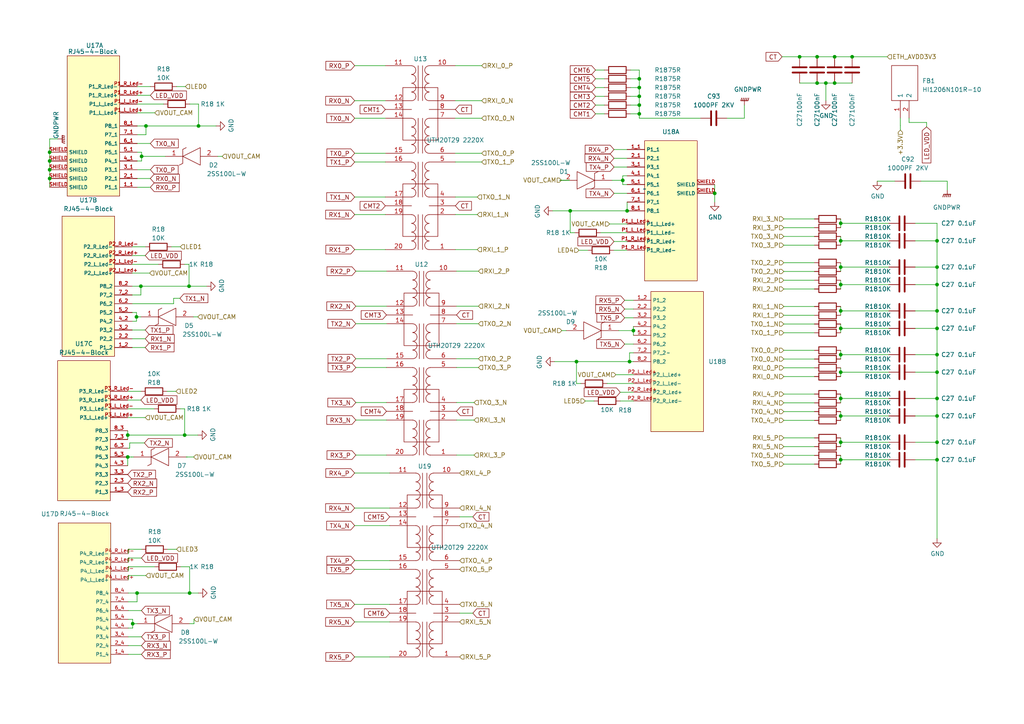
<source format=kicad_sch>
(kicad_sch (version 20230819) (generator eeschema)
  (paper "A4")
  (junction (at 243.84 120.65))
  (junction (at 271.78 120.65))
  (junction (at 185.42 33.02))
  (junction (at 185.42 25.4))
  (junction (at 243.84 82.55))
  (junction (at 271.78 102.87))
  (junction (at 37.0498 132.5455))
  (junction (at 271.78 133.35))
  (junction (at 40.8598 83.0155))
  (junction (at 243.84 64.77))
  (junction (at 243.84 77.47))
  (junction (at 57.5777 36.5343))
  (junction (at 271.78 82.55))
  (junction (at 243.84 95.25))
  (junction (at 242.0768 16.4702))
  (junction (at 42.3377 36.5343))
  (junction (at 185.42 30.48))
  (junction (at 183.7137 95.8833))
  (junction (at 54.8298 83.0155))
  (junction (at 165.3819 61.1534))
  (junction (at 242.0768 24.0902))
  (junction (at 243.84 128.27))
  (junction (at 243.84 102.87))
  (junction (at 271.78 107.95))
  (junction (at 39.7562 172.0096))
  (junction (at 181.8919 61.1534))
  (junction (at 243.84 133.35))
  (junction (at 39.5898 91.9055))
  (junction (at 236.9968 24.0902))
  (junction (at 236.9968 16.4702))
  (junction (at 243.84 107.95))
  (junction (at 247.1568 16.4702))
  (junction (at 14.3977 51.7743))
  (junction (at 167.2037 104.8779))
  (junction (at 38.4862 180.8996))
  (junction (at 14.3977 49.2343))
  (junction (at 41.0677 45.3524))
  (junction (at 271.78 115.57))
  (junction (at 239.5368 24.0902))
  (junction (at 243.84 90.17))
  (junction (at 271.78 90.17))
  (junction (at 271.78 95.25))
  (junction (at 243.84 115.57))
  (junction (at 14.3977 44.1543))
  (junction (at 53.5598 126.1955))
  (junction (at 271.78 128.27))
  (junction (at 207.2919 56.0734))
  (junction (at 271.78 77.47))
  (junction (at 14.3977 46.6943))
  (junction (at 180.6219 52.3045))
  (junction (at 243.84 69.85))
  (junction (at 54.9962 172.0096))
  (junction (at 271.78 69.85))
  (junction (at 185.42 27.94))
  (junction (at 185.42 22.86))
  (junction (at 182.5967 104.8779))
  (junction (at 231.9168 16.4702))
  (junction (at 37.0498 126.1955))
  (wire (pts (xy 243.84 90.17) (xy 257.81 90.17)))
  (wire (pts (xy 54.9962 164.3896) (xy 52.4562 164.3896)))
  (wire (pts (xy 236.22 96.52) (xy 227.33 96.52)))
  (wire (pts (xy 57.5362 172.0096) (xy 54.9962 172.0096)))
  (wire (pts (xy 172.2837 116.3079) (xy 169.7437 116.3079)))
  (wire (pts (xy 236.22 129.54) (xy 227.33 129.54)))
  (wire (pts (xy 243.84 64.77) (xy 243.84 66.04)))
  (wire (pts (xy 236.22 101.6) (xy 227.33 101.6)))
  (wire (pts (xy 178.0819 72.5834) (xy 181.8919 72.5834)))
  (wire (pts (xy 102.8589 165.1412) (xy 113.0189 165.1412)))
  (wire (pts (xy 40.8598 83.0155) (xy 38.3198 83.0155)))
  (wire (pts (xy 170.4619 72.5834) (xy 167.9219 72.5834)))
  (wire (pts (xy 102.8589 162.6012) (xy 113.0189 162.6012)))
  (wire (pts (xy 243.84 107.95) (xy 257.81 107.95)))
  (wire (pts (xy 138.763 104.0531) (xy 132.413 104.0531)))
  (wire (pts (xy 38.3198 79.2055) (xy 43.3998 79.2055)))
  (wire (pts (xy 243.84 127) (xy 243.84 128.27)))
  (wire (pts (xy 38.7525 132.55) (xy 38.2445 132.55)))
  (wire (pts (xy 243.84 119.38) (xy 243.84 120.65)))
  (wire (pts (xy 236.22 106.68) (xy 227.33 106.68)))
  (wire (pts (xy 43.6077 54.3143) (xy 39.7977 54.3143)))
  (wire (pts (xy 226.8368 16.4702) (xy 231.9168 16.4702)))
  (wire (pts (xy 242.0768 24.0902) (xy 247.1568 24.0902)))
  (wire (pts (xy 39.7562 172.0096) (xy 39.7562 174.5496)))
  (wire (pts (xy 236.22 121.92) (xy 227.33 121.92)))
  (wire (pts (xy 41.0677 44.1543) (xy 41.0677 45.3524)))
  (wire (pts (xy 103.203 116.7531) (xy 112.093 116.7531)))
  (wire (pts (xy 243.84 101.6) (xy 243.84 102.87)))
  (wire (pts (xy 185.42 20.32) (xy 182.88 20.32)))
  (wire (pts (xy 215.9 34.29) (xy 215.9 30.48)))
  (wire (pts (xy 243.84 115.57) (xy 243.84 116.84)))
  (wire (pts (xy 271.78 77.47) (xy 271.78 82.55)))
  (wire (pts (xy 57.5777 30.1843) (xy 55.0377 30.1843)))
  (wire (pts (xy 38.3198 76.6655) (xy 45.9398 76.6655)))
  (wire (pts (xy 54.9962 180.8996) (xy 56.2662 180.8996)))
  (wire (pts (xy 41.0262 161.8496) (xy 37.2162 161.8496)))
  (wire (pts (xy 183.7137 95.8833) (xy 183.7137 97.2579)))
  (wire (pts (xy 265.43 133.35) (xy 271.78 133.35)))
  (wire (pts (xy 139.7 34.29) (xy 132.08 34.29)))
  (wire (pts (xy 179.9037 113.7679) (xy 183.7137 113.7679)))
  (wire (pts (xy 16.7685 40.2947) (xy 14.3977 40.2947)))
  (wire (pts (xy 271.78 102.87) (xy 271.78 107.95)))
  (wire (pts (xy 40.8598 116.0355) (xy 37.0498 116.0355)))
  (wire (pts (xy 14.3977 46.6943) (xy 14.3977 49.2343)))
  (wire (pts (xy 37.0498 118.5755) (xy 44.6698 118.5755)))
  (wire (pts (xy 14.3977 44.1543) (xy 14.3977 46.6943)))
  (wire (pts (xy 181.8919 58.6134) (xy 181.8919 61.1534)))
  (wire (pts (xy 138.763 78.6531) (xy 132.413 78.6531)))
  (wire (pts (xy 236.22 134.62) (xy 227.33 134.62)))
  (wire (pts (xy 178.0819 45.9134) (xy 181.8919 45.9134)))
  (wire (pts (xy 181.1737 92.1779) (xy 183.7137 92.1779)))
  (wire (pts (xy 274.743 55.0829) (xy 274.743 52.5429)))
  (wire (pts (xy 243.84 133.35) (xy 243.84 134.62)))
  (wire (pts (xy 268.7468 35.5202) (xy 263.6668 35.5202)))
  (wire (pts (xy 261.1399 37.7264) (xy 261.1399 36.4112)))
  (wire (pts (xy 243.84 82.55) (xy 243.84 83.82)))
  (wire (pts (xy 236.22 93.98) (xy 227.33 93.98)))
  (wire (pts (xy 236.22 104.14) (xy 227.33 104.14)))
  (wire (pts (xy 243.84 102.87) (xy 257.81 102.87)))
  (wire (pts (xy 38.2445 132.55) (xy 38.2445 132.5455)))
  (wire (pts (xy 37.0498 126.1955) (xy 53.5598 126.1955)))
  (wire (pts (xy 271.78 69.85) (xy 271.78 77.47)))
  (wire (pts (xy 236.22 76.2) (xy 227.33 76.2)))
  (wire (pts (xy 42.1298 100.7955) (xy 38.3198 100.7955)))
  (wire (pts (xy 242.0768 16.4702) (xy 247.1568 16.4702)))
  (wire (pts (xy 102.87 29.21) (xy 111.76 29.21)))
  (wire (pts (xy 236.22 71.12) (xy 227.33 71.12)))
  (wire (pts (xy 39.5898 91.9055) (xy 39.5898 93.1755)))
  (wire (pts (xy 172.72 20.32) (xy 175.26 20.32)))
  (wire (pts (xy 103.203 78.6531) (xy 112.093 78.6531)))
  (wire (pts (xy 54.9962 164.3896) (xy 54.9962 172.0096)))
  (wire (pts (xy 54.2465 132.5455) (xy 56.1634 132.5455)))
  (wire (pts (xy 37.6211 130.0055) (xy 37.0498 130.0055)))
  (wire (pts (xy 41.0262 159.3096) (xy 37.2162 159.3096)))
  (wire (pts (xy 42.1298 74.1255) (xy 38.3198 74.1255)))
  (wire (pts (xy 236.22 127) (xy 227.33 127)))
  (wire (pts (xy 172.72 33.02) (xy 175.26 33.02)))
  (wire (pts (xy 139.7 46.99) (xy 132.08 46.99)))
  (wire (pts (xy 178.0819 70.0434) (xy 181.8919 70.0434)))
  (wire (pts (xy 57.3698 126.1955) (xy 53.5598 126.1955)))
  (wire (pts (xy 137.1489 177.8412) (xy 133.3389 177.8412)))
  (wire (pts (xy 236.22 132.08) (xy 227.33 132.08)))
  (wire (pts (xy 231.9168 16.4702) (xy 236.9968 16.4702)))
  (wire (pts (xy 271.78 133.35) (xy 271.78 128.27)))
  (wire (pts (xy 172.72 30.48) (xy 175.26 30.48)))
  (wire (pts (xy 180.6219 50.9934) (xy 181.8919 50.9934)))
  (wire (pts (xy 39.7562 174.5496) (xy 37.2162 174.5496)))
  (wire (pts (xy 271.78 120.65) (xy 271.78 115.57)))
  (wire (pts (xy 43.6077 49.2343) (xy 39.7977 49.2343)))
  (wire (pts (xy 271.78 102.87) (xy 265.43 102.87)))
  (wire (pts (xy 63.1739 45.3524) (xy 64.4439 45.3524)))
  (wire (pts (xy 102.87 62.23) (xy 111.76 62.23)))
  (wire (pts (xy 239.5368 24.0902) (xy 242.0768 24.0902)))
  (wire (pts (xy 271.78 120.65) (xy 265.43 120.65)))
  (wire (pts (xy 164.2115 95.8833) (xy 162.9415 95.8833)))
  (wire (pts (xy 243.84 63.5) (xy 243.84 64.77)))
  (wire (pts (xy 42.1298 98.2555) (xy 38.3198 98.2555)))
  (wire (pts (xy 39.7562 180.8996) (xy 38.4862 180.8996)))
  (wire (pts (xy 138.43 62.23) (xy 132.08 62.23)))
  (wire (pts (xy 165.3819 67.5034) (xy 166.6519 67.5034)))
  (wire (pts (xy 243.84 69.85) (xy 257.81 69.85)))
  (wire (pts (xy 103.203 121.8331) (xy 112.093 121.8331)))
  (wire (pts (xy 182.5967 102.3379) (xy 182.5967 104.8779)))
  (wire (pts (xy 185.42 34.29) (xy 185.42 33.02)))
  (wire (pts (xy 137.493 131.9931) (xy 132.413 131.9931)))
  (wire (pts (xy 37.2162 161.8496) (xy 37.2162 163.1196)))
  (wire (pts (xy 42.1298 95.7155) (xy 38.3198 95.7155)))
  (wire (pts (xy 54.8298 76.6655) (xy 53.5598 76.6655)))
  (wire (pts (xy 56.2662 180.8996) (xy 56.2662 179.6296)))
  (wire (pts (xy 42.1298 71.5855) (xy 38.3198 71.5855)))
  (wire (pts (xy 39.5898 93.1755) (xy 38.3198 93.1755)))
  (wire (pts (xy 54.2465 132.55) (xy 54.2465 132.5455)))
  (wire (pts (xy 52.1843 86.523) (xy 50.3543 86.523)))
  (wire (pts (xy 43.6077 25.1043) (xy 39.7977 25.1043)))
  (wire (pts (xy 243.84 77.47) (xy 257.81 77.47)))
  (wire (pts (xy 40.8598 83.0155) (xy 40.8598 85.5555)))
  (wire (pts (xy 183.7137 111.2279) (xy 176.0937 111.2279)))
  (wire (pts (xy 271.78 64.77) (xy 265.43 64.77)))
  (wire (pts (xy 40.8598 85.5555) (xy 38.3198 85.5555)))
  (wire (pts (xy 271.78 107.95) (xy 265.43 107.95)))
  (wire (pts (xy 50.3543 88.0955) (xy 38.3198 88.0955)))
  (wire (pts (xy 243.84 81.28) (xy 243.84 82.55)))
  (wire (pts (xy 183.7137 102.3379) (xy 182.5967 102.3379)))
  (wire (pts (xy 53.5598 118.5755) (xy 52.2898 118.5755)))
  (wire (pts (xy 49.7498 71.5855) (xy 52.2898 71.5855)))
  (wire (pts (xy 42.3377 36.5343) (xy 39.7977 36.5343)))
  (wire (pts (xy 243.84 64.77) (xy 257.81 64.77)))
  (wire (pts (xy 185.42 22.86) (xy 182.88 22.86)))
  (wire (pts (xy 102.87 46.99) (xy 111.76 46.99)))
  (wire (pts (xy 271.78 82.55) (xy 265.43 82.55)))
  (wire (pts (xy 236.22 116.84) (xy 227.33 116.84)))
  (wire (pts (xy 38.4862 180.8996) (xy 38.4862 182.1696)))
  (wire (pts (xy 102.8589 147.3612) (xy 113.0189 147.3612)))
  (wire (pts (xy 236.22 78.74) (xy 227.33 78.74)))
  (wire (pts (xy 41.0677 46.6943) (xy 39.7977 46.6943)))
  (wire (pts (xy 271.78 95.25) (xy 271.78 102.87)))
  (wire (pts (xy 42.3377 39.0743) (xy 39.7977 39.0743)))
  (wire (pts (xy 271.78 90.17) (xy 265.43 90.17)))
  (wire (pts (xy 137.1489 149.9012) (xy 133.3389 149.9012)))
  (wire (pts (xy 183.7137 94.7179) (xy 183.7137 95.8833)))
  (wire (pts (xy 183.7137 108.6879) (xy 178.6337 108.6879)))
  (wire (pts (xy 243.84 128.27) (xy 243.84 129.54)))
  (wire (pts (xy 160.3019 61.1534) (xy 165.3819 61.1534)))
  (wire (pts (xy 53.9925 132.55) (xy 54.2465 132.55)))
  (wire (pts (xy 41.888 128.4713) (xy 37.6211 128.4713)))
  (wire (pts (xy 243.84 120.65) (xy 257.81 120.65)))
  (wire (pts (xy 181.1737 89.6379) (xy 183.7137 89.6379)))
  (wire (pts (xy 271.78 156.21) (xy 271.78 133.35)))
  (wire (pts (xy 37.0498 124.9255) (xy 37.0498 126.1955)))
  (wire (pts (xy 185.42 27.94) (xy 182.88 27.94)))
  (wire (pts (xy 271.78 95.25) (xy 265.43 95.25)))
  (wire (pts (xy 14.3977 51.7743) (xy 14.3977 54.3143)))
  (wire (pts (xy 39.7977 30.1843) (xy 47.4177 30.1843)))
  (wire (pts (xy 236.22 119.38) (xy 227.33 119.38)))
  (wire (pts (xy 181.8919 61.1534) (xy 165.3819 61.1534)))
  (wire (pts (xy 185.42 25.4) (xy 185.42 27.94)))
  (wire (pts (xy 257.3168 16.4702) (xy 247.1568 16.4702)))
  (wire (pts (xy 37.2162 179.6296) (xy 38.4862 179.6296)))
  (wire (pts (xy 103.203 106.5931) (xy 112.093 106.5931)))
  (wire (pts (xy 236.9968 16.4702) (xy 242.0768 16.4702)))
  (wire (pts (xy 138.763 93.8931) (xy 132.413 93.8931)))
  (wire (pts (xy 271.78 69.85) (xy 265.43 69.85)))
  (wire (pts (xy 102.8589 180.3812) (xy 113.0189 180.3812)))
  (wire (pts (xy 37.2162 166.9296) (xy 37.2162 168.1996)))
  (wire (pts (xy 37.0498 132.5455) (xy 37.0498 135.0855)))
  (wire (pts (xy 139.7 44.45) (xy 132.08 44.45)))
  (wire (pts (xy 172.72 27.94) (xy 175.26 27.94)))
  (wire (pts (xy 243.84 132.08) (xy 243.84 133.35)))
  (wire (pts (xy 271.78 77.47) (xy 265.43 77.47)))
  (wire (pts (xy 181.8919 67.5034) (xy 174.2719 67.5034)))
  (wire (pts (xy 181.1737 99.7979) (xy 183.7137 99.7979)))
  (wire (pts (xy 243.84 77.47) (xy 243.84 78.74)))
  (wire (pts (xy 37.6211 128.4713) (xy 37.6211 130.0055)))
  (wire (pts (xy 243.84 120.65) (xy 243.84 121.92)))
  (wire (pts (xy 178.0819 48.4534) (xy 181.8919 48.4534)))
  (wire (pts (xy 50.3543 86.523) (xy 50.3543 88.0955)))
  (wire (pts (xy 137.493 116.7531) (xy 132.413 116.7531)))
  (wire (pts (xy 48.6462 159.3096) (xy 51.1862 159.3096)))
  (wire (pts (xy 185.42 20.32) (xy 185.42 22.86)))
  (wire (pts (xy 37.2162 164.3896) (xy 44.8362 164.3896)))
  (wire (pts (xy 185.42 33.02) (xy 182.88 33.02)))
  (wire (pts (xy 182.5967 104.8779) (xy 167.2037 104.8779)))
  (wire (pts (xy 167.2037 111.2279) (xy 167.2037 104.8779)))
  (wire (pts (xy 183.7137 104.8779) (xy 182.5967 104.8779)))
  (wire (pts (xy 139.7 19.05) (xy 132.08 19.05)))
  (wire (pts (xy 243.84 95.25) (xy 243.84 96.52)))
  (wire (pts (xy 185.42 30.48) (xy 185.42 27.94)))
  (wire (pts (xy 261.1399 36.4112) (xy 261.1268 36.4112)))
  (wire (pts (xy 180.6219 53.5334) (xy 180.6219 52.3045)))
  (wire (pts (xy 39.7562 172.0096) (xy 37.2162 172.0096)))
  (wire (pts (xy 57.5777 30.1843) (xy 57.5777 36.5343)))
  (wire (pts (xy 263.6668 35.5202) (xy 263.6668 34.2502)))
  (wire (pts (xy 178.0819 43.3734) (xy 181.8919 43.3734)))
  (wire (pts (xy 43.6077 41.6143) (xy 39.7977 41.6143)))
  (wire (pts (xy 40.8598 91.9055) (xy 39.5898 91.9055)))
  (wire (pts (xy 243.84 106.68) (xy 243.84 107.95)))
  (wire (pts (xy 37.2162 164.3896) (xy 37.2162 165.6596)))
  (wire (pts (xy 236.22 68.58) (xy 227.33 68.58)))
  (wire (pts (xy 37.2162 166.9296) (xy 42.2962 166.9296)))
  (wire (pts (xy 261.1268 36.4112) (xy 261.1268 34.2502)))
  (wire (pts (xy 271.78 64.77) (xy 271.78 69.85)))
  (wire (pts (xy 236.22 88.9) (xy 227.33 88.9)))
  (wire (pts (xy 236.22 114.3) (xy 227.33 114.3)))
  (wire (pts (xy 160.8537 104.8779) (xy 167.2037 104.8779)))
  (wire (pts (xy 271.78 115.57) (xy 265.43 115.57)))
  (wire (pts (xy 165.3819 67.5034) (xy 165.3819 61.1534)))
  (wire (pts (xy 236.22 63.5) (xy 227.33 63.5)))
  (wire (pts (xy 102.87 44.45) (xy 111.76 44.45)))
  (wire (pts (xy 48.4798 113.4955) (xy 51.0198 113.4955)))
  (wire (pts (xy 102.8589 175.3012) (xy 113.0189 175.3012)))
  (wire (pts (xy 180.6219 50.9934) (xy 180.6219 52.3045)))
  (wire (pts (xy 56.0998 91.9055) (xy 57.3698 91.9055)))
  (wire (pts (xy 38.4862 179.6296) (xy 38.4862 180.8996)))
  (wire (pts (xy 138.763 106.5931) (xy 132.413 106.5931)))
  (wire (pts (xy 57.5777 36.5343) (xy 42.3377 36.5343)))
  (wire (pts (xy 243.84 102.87) (xy 243.84 104.14)))
  (wire (pts (xy 236.22 66.04) (xy 227.33 66.04)))
  (wire (pts (xy 38.2445 132.5455) (xy 37.0498 132.5455)))
  (wire (pts (xy 54.8298 83.0155) (xy 59.9098 83.0155)))
  (wire (pts (xy 103.203 131.9931) (xy 112.093 131.9931)))
  (wire (pts (xy 139.7 29.21) (xy 132.08 29.21)))
  (wire (pts (xy 162.293 52.3045) (xy 165.1279 52.3045)))
  (wire (pts (xy 102.87 34.29) (xy 111.76 34.29)))
  (wire (pts (xy 179.4515 95.8833) (xy 183.7137 95.8833)))
  (wire (pts (xy 236.22 109.22) (xy 227.33 109.22)))
  (wire (pts (xy 172.72 22.86) (xy 175.26 22.86)))
  (wire (pts (xy 178.0819 56.0734) (xy 181.8919 56.0734)))
  (wire (pts (xy 271.78 90.17) (xy 271.78 95.25)))
  (wire (pts (xy 37.2162 159.3096) (xy 37.2162 160.5796)))
  (wire (pts (xy 41.0677 45.3524) (xy 41.0677 46.6943)))
  (wire (pts (xy 236.22 81.28) (xy 227.33 81.28)))
  (wire (pts (xy 137.493 121.8331) (xy 132.413 121.8331)))
  (wire (pts (xy 271.78 115.57) (xy 271.78 107.95)))
  (wire (pts (xy 185.42 25.4) (xy 182.88 25.4)))
  (wire (pts (xy 236.9968 24.0902) (xy 231.9168 24.0902)))
  (wire (pts (xy 165.1279 52.2634) (xy 162.8419 52.2634)))
  (wire (pts (xy 43.6077 27.6443) (xy 39.7977 27.6443)))
  (wire (pts (xy 40.8598 83.0155) (xy 54.8298 83.0155)))
  (wire (pts (xy 38.3198 90.6355) (xy 39.5898 90.6355)))
  (wire (pts (xy 185.42 34.29) (xy 203.2 34.29)))
  (wire (pts (xy 181.8919 64.9634) (xy 176.8119 64.9634)))
  (wire (pts (xy 51.2277 25.1043) (xy 53.7677 25.1043)))
  (wire (pts (xy 207.2919 53.5334) (xy 207.2919 56.0734)))
  (wire (pts (xy 207.2919 56.0734) (xy 207.2919 58.6134)))
  (wire (pts (xy 179.9037 116.3079) (xy 183.7137 116.3079)))
  (wire (pts (xy 185.42 22.86) (xy 185.42 25.4)))
  (wire (pts (xy 102.8589 152.4412) (xy 113.0189 152.4412)))
  (wire (pts (xy 243.84 115.57) (xy 257.81 115.57)))
  (wire (pts (xy 236.22 83.82) (xy 227.33 83.82)))
  (wire (pts (xy 243.84 128.27) (xy 257.81 128.27)))
  (wire (pts (xy 138.43 72.39) (xy 132.08 72.39)))
  (wire (pts (xy 243.84 114.3) (xy 243.84 115.57)))
  (wire (pts (xy 103.203 93.8931) (xy 112.093 93.8931)))
  (wire (pts (xy 39.7977 44.1543) (xy 41.0677 44.1543)))
  (wire (pts (xy 243.84 90.17) (xy 243.84 91.44)))
  (wire (pts (xy 243.84 88.9) (xy 243.84 90.17)))
  (wire (pts (xy 102.8589 137.2012) (xy 113.0189 137.2012)))
  (wire (pts (xy 243.84 133.35) (xy 257.81 133.35)))
  (wire (pts (xy 243.84 68.58) (xy 243.84 69.85)))
  (wire (pts (xy 37.0498 121.1155) (xy 42.1298 121.1155)))
  (wire (pts (xy 243.84 69.85) (xy 243.84 71.12)))
  (wire (pts (xy 177.533 52.3045) (xy 180.6219 52.3045)))
  (wire (pts (xy 102.87 57.15) (xy 111.76 57.15)))
  (wire (pts (xy 14.3977 40.2947) (xy 14.3977 44.1543)))
  (wire (pts (xy 41.0262 177.0896) (xy 37.2162 177.0896)))
  (wire (pts (xy 39.7562 172.0096) (xy 54.9962 172.0096)))
  (wire (pts (xy 243.84 93.98) (xy 243.84 95.25)))
  (wire (pts (xy 215.9 34.29) (xy 210.82 34.29)))
  (wire (pts (xy 165.1279 52.3045) (xy 165.1279 52.2634)))
  (wire (pts (xy 243.84 82.55) (xy 257.81 82.55)))
  (wire (pts (xy 243.84 95.25) (xy 257.81 95.25)))
  (wire (pts (xy 243.84 76.2) (xy 243.84 77.47)))
  (wire (pts (xy 38.4862 182.1696) (xy 37.2162 182.1696)))
  (wire (pts (xy 102.87 72.39) (xy 111.76 72.39)))
  (wire (pts (xy 236.9968 24.0902) (xy 239.5368 24.0902)))
  (wire (pts (xy 265.43 128.27) (xy 271.78 128.27)))
  (wire (pts (xy 41.0262 189.7896) (xy 37.2162 189.7896)))
  (wire (pts (xy 236.22 91.44) (xy 227.33 91.44)))
  (wire (pts (xy 102.8589 190.5412) (xy 113.0189 190.5412)))
  (wire (pts (xy 39.5898 90.6355) (xy 39.5898 91.9055)))
  (wire (pts (xy 37.0498 126.1955) (xy 37.0498 127.4655)))
  (wire (pts (xy 138.763 88.8131) (xy 132.413 88.8131)))
  (wire (pts (xy 40.8598 113.4955) (xy 37.0498 113.4955)))
  (wire (pts (xy 14.3977 49.2343) (xy 14.3977 51.7743)))
  (wire (pts (xy 167.2037 111.2279) (xy 168.4737 111.2279)))
  (wire (pts (xy 185.42 30.48) (xy 182.88 30.48)))
  (wire (pts (xy 181.8919 53.5334) (xy 180.6219 53.5334)))
  (wire (pts (xy 243.84 107.95) (xy 243.84 109.22)))
  (wire (pts (xy 103.203 104.0531) (xy 112.093 104.0531)))
  (wire (pts (xy 172.72 25.4) (xy 175.26 25.4)))
  (wire (pts (xy 268.7468 36.7902) (xy 268.7468 35.5202)))
  (wire (pts (xy 41.0262 184.7096) (xy 37.2162 184.7096)))
  (wire (pts (xy 42.3377 36.5343) (xy 42.3377 39.0743)))
  (wire (pts (xy 54.8298 76.6655) (xy 54.8298 83.0155)))
  (wire (pts (xy 274.743 52.5429) (xy 267.123 52.5429)))
  (wire (pts (xy 102.87 19.05) (xy 111.76 19.05)))
  (wire (pts (xy 271.78 128.27) (xy 271.78 120.65)))
  (wire (pts (xy 41.0262 187.2496) (xy 37.2162 187.2496)))
  (wire (pts (xy 103.203 88.8131) (xy 112.093 88.8131)))
  (wire (pts (xy 41.0677 45.3524) (xy 47.9339 45.3524)))
  (wire (pts (xy 254.423 52.5429) (xy 259.503 52.5429)))
  (wire (pts (xy 43.6077 51.7743) (xy 39.7977 51.7743)))
  (wire (pts (xy 239.5368 29.1702) (xy 239.5368 24.0902)))
  (wire (pts (xy 271.78 82.55) (xy 271.78 90.17)))
  (wire (pts (xy 181.1737 87.0979) (xy 183.7137 87.0979)))
  (wire (pts (xy 39.7977 32.7243) (xy 44.8777 32.7243)))
  (wire (pts (xy 62.6577 36.5343) (xy 57.5777 36.5343)))
  (wire (pts (xy 138.43 57.15) (xy 132.08 57.15)))
  (wire (pts (xy 185.42 30.48) (xy 185.42 33.02)))
  (wire (pts (xy 53.5598 118.5755) (xy 53.5598 126.1955)))
  (global_label "RX2_P" (shape input) (at 37.0498 142.7055 0) (property "Intersheetrefs" "${INTERSHEET_REFS}" (effects hide)))
  (global_label "LED_VDD" (shape input) (at 179.9037 113.7679 180) (property "Intersheetrefs" "${INTERSHEET_REFS}" (effects hide)))
  (global_label "TX2_N" (shape input) (at 103.203 93.8931 180) (property "Intersheetrefs" "${INTERSHEET_REFS}" (effects hide)))
  (global_label "RX5_N" (shape input) (at 181.1737 89.6379 180) (property "Intersheetrefs" "${INTERSHEET_REFS}" (effects hide)))
  (global_label "LED_VDD" (shape input) (at 43.6077 27.6443 0) (property "Intersheetrefs" "${INTERSHEET_REFS}" (effects hide)))
  (global_label "RX4_N" (shape input) (at 178.0819 45.9134 180) (property "Intersheetrefs" "${INTERSHEET_REFS}" (effects hide)))
  (global_label "TX3_N" (shape input) (at 41.0262 177.0896 0) (property "Intersheetrefs" "${INTERSHEET_REFS}" (effects hide)))
  (global_label "CMT5" (shape input) (at 113.0189 149.9012 180) (property "Intersheetrefs" "${INTERSHEET_REFS}" (effects hide)))
  (global_label "CT" (shape input) (at 137.1489 177.8412 0) (property "Intersheetrefs" "${INTERSHEET_REFS}" (effects hide)))
  (global_label "RX5_N" (shape input) (at 102.8589 180.3812 180) (property "Intersheetrefs" "${INTERSHEET_REFS}" (effects hide)))
  (global_label "TX0_N" (shape input) (at 43.6077 41.6143 0) (property "Intersheetrefs" "${INTERSHEET_REFS}" (effects hide)))
  (global_label "CMT5" (shape input) (at 172.72 22.86 180) (property "Intersheetrefs" "${INTERSHEET_REFS}" (effects hide)))
  (global_label "TX5_N" (shape input) (at 181.1737 99.7979 180) (property "Intersheetrefs" "${INTERSHEET_REFS}" (effects hide)))
  (global_label "CT" (shape input) (at 132.08 59.69 0) (property "Intersheetrefs" "${INTERSHEET_REFS}" (effects hide)))
  (global_label "RX0_N" (shape input) (at 102.87 29.21 180) (property "Intersheetrefs" "${INTERSHEET_REFS}" (effects hide)))
  (global_label "TX1_N" (shape input) (at 52.1843 86.523 0) (property "Intersheetrefs" "${INTERSHEET_REFS}" (effects hide)))
  (global_label "CMT3" (shape input) (at 112.093 91.3531 180) (property "Intersheetrefs" "${INTERSHEET_REFS}" (effects hide)))
  (global_label "LED_VDD" (shape input) (at 42.1298 74.1255 0) (property "Intersheetrefs" "${INTERSHEET_REFS}" (effects hide)))
  (global_label "TX1_P" (shape input) (at 42.1298 95.7155 0) (property "Intersheetrefs" "${INTERSHEET_REFS}" (effects hide)))
  (global_label "LED_VDD" (shape input) (at 268.7468 36.7902 270) (property "Intersheetrefs" "${INTERSHEET_REFS}" (effects hide)))
  (global_label "RX2_N" (shape input) (at 103.203 88.8131 180) (property "Intersheetrefs" "${INTERSHEET_REFS}" (effects hide)))
  (global_label "TX5_P" (shape input) (at 181.1737 92.1779 180) (property "Intersheetrefs" "${INTERSHEET_REFS}" (effects hide)))
  (global_label "TX5_N" (shape input) (at 102.8589 175.3012 180) (property "Intersheetrefs" "${INTERSHEET_REFS}" (effects hide)))
  (global_label "CT" (shape input) (at 137.1489 149.9012 0) (property "Intersheetrefs" "${INTERSHEET_REFS}" (effects hide)))
  (global_label "RX4_P" (shape input) (at 102.8589 137.2012 180) (property "Intersheetrefs" "${INTERSHEET_REFS}" (effects hide)))
  (global_label "RX2_N" (shape input) (at 37.0498 140.1655 0) (property "Intersheetrefs" "${INTERSHEET_REFS}" (effects hide)))
  (global_label "TX0_P" (shape input) (at 102.87 44.45 180) (property "Intersheetrefs" "${INTERSHEET_REFS}" (effects hide)))
  (global_label "LED_VDD" (shape input) (at 178.0819 70.0434 180) (property "Intersheetrefs" "${INTERSHEET_REFS}" (effects hide)))
  (global_label "TX5_P" (shape input) (at 102.8589 165.1412 180) (property "Intersheetrefs" "${INTERSHEET_REFS}" (effects hide)))
  (global_label "RX3_N" (shape input) (at 103.203 121.8331 180) (property "Intersheetrefs" "${INTERSHEET_REFS}" (effects hide)))
  (global_label "LED_VDD" (shape input) (at 41.0262 161.8496 0) (property "Intersheetrefs" "${INTERSHEET_REFS}" (effects hide)))
  (global_label "CT" (shape input) (at 132.413 91.3531 0) (property "Intersheetrefs" "${INTERSHEET_REFS}" (effects hide)))
  (global_label "TX4_N" (shape input) (at 102.8589 152.4412 180) (property "Intersheetrefs" "${INTERSHEET_REFS}" (effects hide)))
  (global_label "TX4_P" (shape input) (at 178.0819 48.4534 180) (property "Intersheetrefs" "${INTERSHEET_REFS}" (effects hide)))
  (global_label "RX2_P" (shape input) (at 103.203 78.6531 180) (property "Intersheetrefs" "${INTERSHEET_REFS}" (effects hide)))
  (global_label "TX2_P" (shape input) (at 103.203 104.0531 180) (property "Intersheetrefs" "${INTERSHEET_REFS}" (effects hide)))
  (global_label "TX1_P" (shape input) (at 102.87 46.99 180) (property "Intersheetrefs" "${INTERSHEET_REFS}" (effects hide)))
  (global_label "RX0_N" (shape input) (at 43.6077 51.7743 0) (property "Intersheetrefs" "${INTERSHEET_REFS}" (effects hide)))
  (global_label "TX2_P" (shape input) (at 37.0498 137.6255 0) (property "Intersheetrefs" "${INTERSHEET_REFS}" (effects hide)))
  (global_label "RX4_P" (shape input) (at 178.0819 43.3734 180) (property "Intersheetrefs" "${INTERSHEET_REFS}" (effects hide)))
  (global_label "RX3_P" (shape input) (at 41.0262 189.7896 0) (property "Intersheetrefs" "${INTERSHEET_REFS}" (effects hide)))
  (global_label "CT" (shape input) (at 132.08 31.75 0) (property "Intersheetrefs" "${INTERSHEET_REFS}" (effects hide)))
  (global_label "CT" (shape input) (at 132.413 119.2931 0) (property "Intersheetrefs" "${INTERSHEET_REFS}" (effects hide)))
  (global_label "RX1_N" (shape input) (at 42.1298 98.2555 0) (property "Intersheetrefs" "${INTERSHEET_REFS}" (effects hide)))
  (global_label "TX3_N" (shape input) (at 103.203 116.7531 180) (property "Intersheetrefs" "${INTERSHEET_REFS}" (effects hide)))
  (global_label "TX3_P" (shape input) (at 103.203 106.5931 180) (property "Intersheetrefs" "${INTERSHEET_REFS}" (effects hide)))
  (global_label "TX1_N" (shape input) (at 102.87 57.15 180) (property "Intersheetrefs" "${INTERSHEET_REFS}" (effects hide)))
  (global_label "TX0_N" (shape input) (at 102.87 34.29 180) (property "Intersheetrefs" "${INTERSHEET_REFS}" (effects hide)))
  (global_label "CMT4" (shape input) (at 112.093 119.2931 180) (property "Intersheetrefs" "${INTERSHEET_REFS}" (effects hide)))
  (global_label "TX0_P" (shape input) (at 43.6077 49.2343 0) (property "Intersheetrefs" "${INTERSHEET_REFS}" (effects hide)))
  (global_label "CMT6" (shape input) (at 113.0189 177.8412 180) (property "Intersheetrefs" "${INTERSHEET_REFS}" (effects hide)))
  (global_label "LED_VDD" (shape input) (at 40.8598 116.0355 0) (property "Intersheetrefs" "${INTERSHEET_REFS}" (effects hide)))
  (global_label "RX5_P" (shape input) (at 102.8589 190.5412 180) (property "Intersheetrefs" "${INTERSHEET_REFS}" (effects hide)))
  (global_label "TX2_N" (shape input) (at 41.888 128.4713 0) (property "Intersheetrefs" "${INTERSHEET_REFS}" (effects hide)))
  (global_label "RX3_N" (shape input) (at 41.0262 187.2496 0) (property "Intersheetrefs" "${INTERSHEET_REFS}" (effects hide)))
  (global_label "RX3_P" (shape input) (at 103.203 131.9931 180) (property "Intersheetrefs" "${INTERSHEET_REFS}" (effects hide)))
  (global_label "RX0_P" (shape input) (at 102.87 19.05 180) (property "Intersheetrefs" "${INTERSHEET_REFS}" (effects hide)))
  (global_label "CT" (shape input) (at 226.8368 16.4702 180) (property "Intersheetrefs" "${INTERSHEET_REFS}" (effects hide)))
  (global_label "CMT2" (shape input) (at 111.76 59.69 180) (property "Intersheetrefs" "${INTERSHEET_REFS}" (effects hide)))
  (global_label "CMT1" (shape input) (at 172.72 33.02 180) (property "Intersheetrefs" "${INTERSHEET_REFS}" (effects hide)))
  (global_label "RX4_N" (shape input) (at 102.8589 147.3612 180) (property "Intersheetrefs" "${INTERSHEET_REFS}" (effects hide)))
  (global_label "TX4_P" (shape input) (at 102.8589 162.6012 180) (property "Intersheetrefs" "${INTERSHEET_REFS}" (effects hide)))
  (global_label "CMT1" (shape input) (at 111.76 31.75 180) (property "Intersheetrefs" "${INTERSHEET_REFS}" (effects hide)))
  (global_label "TX4_N" (shape input) (at 178.0819 56.0734 180) (property "Intersheetrefs" "${INTERSHEET_REFS}" (effects hide)))
  (global_label "CMT3" (shape input) (at 172.72 27.94 180) (property "Intersheetrefs" "${INTERSHEET_REFS}" (effects hide)))
  (global_label "RX1_P" (shape input) (at 42.1298 100.7955 0) (property "Intersheetrefs" "${INTERSHEET_REFS}" (effects hide)))
  (global_label "CMT2" (shape input) (at 172.72 30.48 180) (property "Intersheetrefs" "${INTERSHEET_REFS}" (effects hide)))
  (global_label "RX0_P" (shape input) (at 43.6077 54.3143 0) (property "Intersheetrefs" "${INTERSHEET_REFS}" (effects hide)))
  (global_label "TX3_P" (shape input) (at 41.0262 184.7096 0) (property "Intersheetrefs" "${INTERSHEET_REFS}" (effects hide)))
  (global_label "RX5_P" (shape input) (at 181.1737 87.0979 180) (property "Intersheetrefs" "${INTERSHEET_REFS}" (effects hide)))
  (global_label "CMT6" (shape input) (at 172.72 20.32 180) (property "Intersheetrefs" "${INTERSHEET_REFS}" (effects hide)))
  (global_label "RX1_P" (shape input) (at 102.87 72.39 180) (property "Intersheetrefs" "${INTERSHEET_REFS}" (effects hide)))
  (global_label "CMT4" (shape input) (at 172.72 25.4 180) (property "Intersheetrefs" "${INTERSHEET_REFS}" (effects hide)))
  (global_label "RX1_N" (shape input) (at 102.87 62.23 180) (property "Intersheetrefs" "${INTERSHEET_REFS}" (effects hide)))
  (hierarchical_label "TXO_3_N" (shape input) (at 137.493 116.7531 0) (property "Intersheetrefs" "${INTERSHEET_REFS}" (effects hide)))
  (hierarchical_label "VOUT_CAM" (shape input) (at 44.8777 32.7243 0))
  (hierarchical_label "RXI_4_N" (shape input) (at 133.3389 147.3612 0) (property "Intersheetrefs" "${INTERSHEET_REFS}" (effects hide)))
  (hierarchical_label "LED3" (shape input) (at 51.1862 159.3096 0))
  (hierarchical_label "ETH_AVDD3V3" (shape input) (at 257.3168 16.4702 0))
  (hierarchical_label "TXO_4_P" (shape input) (at 227.33 121.92 180) (property "Intersheetrefs" "${INTERSHEET_REFS}" (effects hide)))
  (hierarchical_label "VOUT_CAM" (shape input) (at 56.1634 132.5455 0))
  (hierarchical_label "TXO_5_P" (shape input) (at 133.3389 165.1412 0) (property "Intersheetrefs" "${INTERSHEET_REFS}" (effects hide)))
  (hierarchical_label "RXI_0_N" (shape input) (at 139.7 29.21 0) (property "Intersheetrefs" "${INTERSHEET_REFS}" (effects hide)))
  (hierarchical_label "TXO_0_N" (shape input) (at 227.33 104.14 180) (property "Intersheetrefs" "${INTERSHEET_REFS}" (effects hide)))
  (hierarchical_label "VOUT_CAM" (shape input) (at 162.9415 95.8833 180))
  (hierarchical_label "TXO_5_N" (shape input) (at 227.33 132.08 180) (property "Intersheetrefs" "${INTERSHEET_REFS}" (effects hide)))
  (hierarchical_label "RXI_3_P" (shape input) (at 137.493 131.9931 0) (property "Intersheetrefs" "${INTERSHEET_REFS}" (effects hide)))
  (hierarchical_label "VOUT_CAM" (shape input) (at 162.8419 52.2634 180))
  (hierarchical_label "TXO_2_N" (shape input) (at 138.763 93.8931 0) (property "Intersheetrefs" "${INTERSHEET_REFS}" (effects hide)))
  (hierarchical_label "VOUT_CAM" (shape input) (at 57.3698 91.9055 0))
  (hierarchical_label "RXI_0_P" (shape input) (at 139.7 19.05 0) (property "Intersheetrefs" "${INTERSHEET_REFS}" (effects hide)))
  (hierarchical_label "TXO_4_N" (shape input) (at 227.33 119.38 180) (property "Intersheetrefs" "${INTERSHEET_REFS}" (effects hide)))
  (hierarchical_label "RXI_1_P" (shape input) (at 227.33 91.44 180) (property "Intersheetrefs" "${INTERSHEET_REFS}" (effects hide)))
  (hierarchical_label "RXI_2_N" (shape input) (at 138.763 88.8131 0) (property "Intersheetrefs" "${INTERSHEET_REFS}" (effects hide)))
  (hierarchical_label "RXI_2_P" (shape input) (at 227.33 81.28 180) (property "Intersheetrefs" "${INTERSHEET_REFS}" (effects hide)))
  (hierarchical_label "TXO_2_P" (shape input) (at 227.33 76.2 180) (property "Intersheetrefs" "${INTERSHEET_REFS}" (effects hide)))
  (hierarchical_label "TXO_4_P" (shape input) (at 133.3389 162.6012 0) (property "Intersheetrefs" "${INTERSHEET_REFS}" (effects hide)))
  (hierarchical_label "VOUT_CAM" (shape input) (at 42.2962 166.9296 0))
  (hierarchical_label "VOUT_CAM" (shape input) (at 64.4439 45.3524 0))
  (hierarchical_label "TXO_1_N" (shape input) (at 227.33 93.98 180) (property "Intersheetrefs" "${INTERSHEET_REFS}" (effects hide)))
  (hierarchical_label "RXI_4_P" (shape input) (at 227.33 114.3 180) (property "Intersheetrefs" "${INTERSHEET_REFS}" (effects hide)))
  (hierarchical_label "LED1" (shape input) (at 52.2898 71.5855 0))
  (hierarchical_label "TXO_5_P" (shape input) (at 227.33 134.62 180) (property "Intersheetrefs" "${INTERSHEET_REFS}" (effects hide)))
  (hierarchical_label "LED2" (shape input) (at 51.0198 113.4955 0))
  (hierarchical_label "VOUT_CAM" (shape input) (at 43.3998 79.2055 0))
  (hierarchical_label "TXO_0_P" (shape input) (at 139.7 44.45 0) (property "Intersheetrefs" "${INTERSHEET_REFS}" (effects hide)))
  (hierarchical_label "RXI_4_N" (shape input) (at 227.33 116.84 180) (property "Intersheetrefs" "${INTERSHEET_REFS}" (effects hide)))
  (hierarchical_label "TXO_1_P" (shape input) (at 139.7 46.99 0) (property "Intersheetrefs" "${INTERSHEET_REFS}" (effects hide)))
  (hierarchical_label "TXO_2_N" (shape input) (at 227.33 78.74 180) (property "Intersheetrefs" "${INTERSHEET_REFS}" (effects hide)))
  (hierarchical_label "TXO_3_P" (shape input) (at 227.33 71.12 180) (property "Intersheetrefs" "${INTERSHEET_REFS}" (effects hide)))
  (hierarchical_label "VOUT_CAM" (shape input) (at 176.8119 64.9634 180))
  (hierarchical_label "LED5" (shape input) (at 169.7437 116.3079 180))
  (hierarchical_label "TXO_1_N" (shape input) (at 138.43 57.15 0) (property "Intersheetrefs" "${INTERSHEET_REFS}" (effects hide)))
  (hierarchical_label "RXI_5_N" (shape input) (at 133.3389 180.3812 0) (property "Intersheetrefs" "${INTERSHEET_REFS}" (effects hide)))
  (hierarchical_label "TXO_3_N" (shape input) (at 227.33 68.58 180) (property "Intersheetrefs" "${INTERSHEET_REFS}" (effects hide)))
  (hierarchical_label "TXO_5_N" (shape input) (at 133.3389 175.3012 0) (property "Intersheetrefs" "${INTERSHEET_REFS}" (effects hide)))
  (hierarchical_label "TXO_4_N" (shape input) (at 133.3389 152.4412 0) (property "Intersheetrefs" "${INTERSHEET_REFS}" (effects hide)))
  (hierarchical_label "RXI_0_P" (shape input) (at 227.33 106.68 180) (property "Intersheetrefs" "${INTERSHEET_REFS}" (effects hide)))
  (hierarchical_label "RXI_0_N" (shape input) (at 227.33 109.22 180) (property "Intersheetrefs" "${INTERSHEET_REFS}" (effects hide)))
  (hierarchical_label "RXI_1_N" (shape input) (at 138.43 62.23 0) (property "Intersheetrefs" "${INTERSHEET_REFS}" (effects hide)))
  (hierarchical_label "RXI_5_N" (shape input) (at 227.33 129.54 180) (property "Intersheetrefs" "${INTERSHEET_REFS}" (effects hide)))
  (hierarchical_label "RXI_3_N" (shape input) (at 227.33 63.5 180) (property "Intersheetrefs" "${INTERSHEET_REFS}" (effects hide)))
  (hierarchical_label "TXO_0_P" (shape input) (at 227.33 101.6 180) (property "Intersheetrefs" "${INTERSHEET_REFS}" (effects hide)))
  (hierarchical_label "TXO_0_N" (shape input) (at 139.7 34.29 0) (property "Intersheetrefs" "${INTERSHEET_REFS}" (effects hide)))
  (hierarchical_label "RXI_5_P" (shape input) (at 133.3389 190.5412 0) (property "Intersheetrefs" "${INTERSHEET_REFS}" (effects hide)))
  (hierarchical_label "LED4" (shape input) (at 167.9219 72.5834 180))
  (hierarchical_label "RXI_3_N" (shape input) (at 137.493 121.8331 0) (property "Intersheetrefs" "${INTERSHEET_REFS}" (effects hide)))
  (hierarchical_label "VOUT_CAM" (shape input) (at 42.1298 121.1155 0))
  (hierarchical_label "RXI_4_P" (shape input) (at 133.3389 137.2012 0) (property "Intersheetrefs" "${INTERSHEET_REFS}" (effects hide)))
  (hierarchical_label "RXI_2_P" (shape input) (at 138.763 78.6531 0) (property "Intersheetrefs" "${INTERSHEET_REFS}" (effects hide)))
  (hierarchical_label "RXI_5_P" (shape input) (at 227.33 127 180) (property "Intersheetrefs" "${INTERSHEET_REFS}" (effects hide)))
  (hierarchical_label "VOUT_CAM" (shape input) (at 56.2662 179.6296 0))
  (hierarchical_label "TXO_3_P" (shape input) (at 138.763 106.5931 0) (property "Intersheetrefs" "${INTERSHEET_REFS}" (effects hide)))
  (hierarchical_label "LED0" (shape input) (at 53.7677 25.1043 0))
  (hierarchical_label "+3.3V" (shape input) (at 261.1399 37.7264 270))
  (hierarchical_label "TXO_1_P" (shape input) (at 227.33 96.52 180) (property "Intersheetrefs" "${INTERSHEET_REFS}" (effects hide)))
  (hierarchical_label "RXI_1_N" (shape input) (at 227.33 88.9 180) (property "Intersheetrefs" "${INTERSHEET_REFS}" (effects hide)))
  (hierarchical_label "TXO_2_P" (shape input) (at 138.763 104.0531 0) (property "Intersheetrefs" "${INTERSHEET_REFS}" (effects hide)))
  (hierarchical_label "VOUT_CAM" (shape input) (at 178.6337 108.6879 180))
  (hierarchical_label "RXI_2_N" (shape input) (at 227.33 83.82 180) (property "Intersheetrefs" "${INTERSHEET_REFS}" (effects hide)))
  (hierarchical_label "RXI_1_P" (shape input) (at 138.43 72.39 0) (property "Intersheetrefs" "${INTERSHEET_REFS}" (effects hide)))
  (hierarchical_label "RXI_3_P" (shape input) (at 227.33 66.04 180) (property "Intersheetrefs" "${INTERSHEET_REFS}" (effects hide)))
  (symbol (lib_id "Device:R") (at 240.03 101.6 270) (unit 1)
    (property "Reference" "R18" (at 252.73 101.6 90))
    (property "Value" "10K" (at 256.54 101.6 90))
    (property "Footprint" "Resistor_SMD:R_0603_1608Metric" (effects hide))
    (instances (project "RP2040_minimal" (path "" (reference "R18") (unit 1)) (path "" (reference "R68") (unit 1))))
  )
  (symbol (lib_id "Device:R") (at 179.07 22.86 270) (unit 1)
    (property "Reference" "R18" (at 191.77 22.86 90))
    (property "Value" "75R" (at 195.58 22.86 90))
    (property "Footprint" "Resistor_SMD:R_0603_1608Metric" (effects hide))
    (instances (project "RP2040_minimal" (path "" (reference "R18") (unit 1)) (path "" (reference "R103") (unit 1))))
  )
  (symbol (lib_id "Device:R") (at 179.07 25.4 270) (unit 1)
    (property "Reference" "R18" (at 191.77 25.4 90))
    (property "Value" "75R" (at 195.58 25.4 90))
    (property "Footprint" "Resistor_SMD:R_0603_1608Metric" (effects hide))
    (instances (project "RP2040_minimal" (path "" (reference "R18") (unit 1)) (path "" (reference "R73") (unit 1))))
  )
  (symbol (lib_id "Device:R") (at 240.03 109.22 270) (unit 1)
    (property "Reference" "R18" (at 252.73 109.22 90))
    (property "Value" "10K" (at 256.54 109.22 90))
    (property "Footprint" "Resistor_SMD:R_0603_1608Metric" (effects hide))
    (instances (project "RP2040_minimal" (path "" (reference "R18") (unit 1)) (path "" (reference "R71") (unit 1))))
  )
  (symbol (lib_id "Device:C") (at 236.9968 20.2802 0) (unit 1)
    (property "Reference" "C27" (at 236.9968 36.7902 90) (effects (justify left)))
    (property "Value" "100nF" (at 236.9968 32.9802 90) (effects (justify left)))
    (property "Footprint" "Capacitor_SMD:C_0402_1005Metric" (effects hide))
    (instances (project "RP2040_minimal" (path "" (reference "C27") (unit 1)) (path "" (reference "C11") (unit 1))))
  )
  (symbol (lib_id "power:GND") (at 160.8537 104.8779 270) (unit 1)
    (property "Reference" "#PWR0152" (effects hide))
    (property "Value" "GND" (at 156.4595 105.0049 0))
    (instances (project "RP2040_minimal" (path "" (reference "#PWR0152") (unit 1)) (path "" (reference "#PWR038") (unit 1))))
  )
  (symbol (lib_id "Device:R") (at 176.0937 116.3079 270) (unit 1)
    (property "Reference" "R18" (at 181.2798 118.9551 90))
    (property "Value" "10K" (at 176.0937 118.8479 90))
    (property "Footprint" "Resistor_SMD:R_0603_1608Metric" (effects hide))
    (instances (project "RP2040_minimal" (path "" (reference "R18") (unit 1)) (path "" (reference "R107") (unit 1))))
  )
  (symbol (lib_id "Device:R") (at 172.2837 111.2279 270) (unit 1)
    (property "Reference" "R18" (at 162.1237 111.2279 90))
    (property "Value" "1K" (at 165.9337 111.2279 90))
    (property "Footprint" "Resistor_SMD:R_0603_1608Metric" (effects hide))
    (instances (project "RP2040_minimal" (path "" (reference "R18") (unit 1)) (path "" (reference "R106") (unit 1))))
  )
  (symbol (lib_id "power:GNDPWR") (at 16.7685 40.2947 90) (unit 1)
    (property "Reference" "#PWR027" (effects hide))
    (property "Value" "GNDPWR" (at 16.2773 40.2947 0) (effects (justify left)))
  )
  (symbol (lib_id "Device:R") (at 240.03 116.84 270) (unit 1)
    (property "Reference" "R18" (at 252.73 116.84 90))
    (property "Value" "10K" (at 256.54 116.84 90))
    (property "Footprint" "Resistor_SMD:R_0603_1608Metric" (effects hide))
    (instances (project "RP2040_minimal" (path "" (reference "R18") (unit 1)) (path "" (reference "R95") (unit 1))))
  )
  (symbol (lib_id "RJ45:RJ45-4-Block") (at 28.1598 128.7355 180) (unit 3)
    (property "Reference" "U17" (at 24.3498 99.7172 0))
    (property "Value" "RJ45-4-Block" (at 24.3498 102.2572 0))
    (property "Footprint" "Connector_RJ:4_Block_RJ45" (effects hide))
  )
  (symbol (lib_id "HI1206N101R-10:HI1206N101R-10") (at 261.1268 34.2502 90) (unit 1)
    (property "Reference" "FB1" (at 267.4768 23.4552 90) (effects (justify right)))
    (property "Value" "HI1206N101R-10" (at 267.4768 25.9952 90) (effects (justify right)))
    (property "Footprint" "HI1206N101R-10:BEADC3216X130N" (effects hide))
    (property "Datasheet" "http://uk.rs-online.com/web/p/products/8883024" (effects hide))
    (property "Description" "EMI Ferrite Chip Bead" (effects hide))
    (property "Height" "1.3" (effects hide))
    (property "Manufacturer_Name" "Laird Technologies" (effects hide))
    (property "Manufacturer_Part_Number" "HI1206N101R-10" (effects hide))
    (property "Mouser Part Number" "N/A" (effects hide))
    (property "Mouser Price/Stock" "https://www.mouser.co.uk/ProductDetail/Laird/HI1206N101R-10/?qs=PzGy0jfpSMtDjhxkuzr7Lg%3D%3D" (effects hide))
    (property "Arrow Part Number" "HI1206N101R-10" (effects hide))
    (property "Arrow Price/Stock" "https://www.arrow.com/en/products/hi1206n101r-10/laird-technologies" (effects hide))
  )
  (symbol (lib_id "Device:C") (at 261.62 64.77 90) (unit 1)
    (property "Reference" "C27" (at 276.86 64.77 90) (effects (justify left)))
    (property "Value" "0.1uF" (at 283.21 64.77 90) (effects (justify left)))
    (property "Footprint" "Capacitor_SMD:C_0402_1005Metric" (effects hide))
    (instances (project "RP2040_minimal" (path "" (reference "C27") (unit 1)) (path "" (reference "C70") (unit 1))))
  )
  (symbol (lib_id "Device:R") (at 44.6698 113.4955 90) (unit 1)
    (property "Reference" "R18" (at 44.6698 110.9555 90))
    (property "Value" "10K" (at 44.6698 108.4155 90))
    (property "Footprint" "Resistor_SMD:R_0603_1608Metric" (effects hide))
    (instances (project "RP2040_minimal" (path "" (reference "R18") (unit 1)) (path "" (reference "R80") (unit 1))))
  )
  (symbol (lib_id "Device:C") (at 263.313 52.5429 90) (unit 1)
    (property "Reference" "C92" (at 263.313 46.1929 90))
    (property "Value" "1000PF 2KV" (at 263.313 48.7329 90))
    (property "Footprint" "Capacitor_THT:S102K33Y5PP63K5R" (effects hide))
  )
  (symbol (lib_id "Device:R") (at 240.03 104.14 270) (unit 1)
    (property "Reference" "R18" (at 252.73 104.14 90))
    (property "Value" "10K" (at 256.54 104.14 90))
    (property "Footprint" "Resistor_SMD:R_0603_1608Metric" (effects hide))
    (instances (project "RP2040_minimal" (path "" (reference "R18") (unit 1)) (path "" (reference "R69") (unit 1))))
  )
  (symbol (lib_id "2SS100L-W:2SS100L-W") (at 177.533 52.3045 180) (unit 1)
    (property "Reference" "D1" (at 163.563 49.7645 0))
    (property "Value" "2SS100L-W" (at 159.753 47.2245 0))
    (property "Footprint" "2SS100LW" (effects hide))
    (property "Datasheet" "https://componentsearchengine.com/Datasheets/1/2SS100L-W.pdf" (effects hide))
    (property "Description" "Schottky Diodes & Rectifiers 100V 2A SM SCHOTTKY Barrier Rectifier" (effects hide))
    (property "Height" "1" (effects hide))
    (property "Manufacturer_Name" "Rectron" (effects hide))
    (property "Manufacturer_Part_Number" "2SS100L-W" (effects hide))
    (property "Mouser Part Number" "583-2SS100L-W" (effects hide))
    (property "Mouser Price/Stock" "https://www.mouser.co.uk/ProductDetail/Rectron/2SS100L-W?qs=5aG0NVq1C4wsv0OtzLcEnw%3D%3D" (effects hide))
    (property "Arrow Part Number" "2SS100L-W" (effects hide))
    (property "Arrow Price/Stock" "https://www.arrow.com/en/products/2ss100l-w/rectron?region=nac" (effects hide))
  )
  (symbol (lib_id "Device:R") (at 170.4619 67.5034 270) (unit 1)
    (property "Reference" "R18" (at 160.3019 67.5034 90))
    (property "Value" "1K" (at 164.1119 67.5034 90))
    (property "Footprint" "Resistor_SMD:R_0603_1608Metric" (effects hide))
    (instances (project "RP2040_minimal" (path "" (reference "R18") (unit 1)) (path "" (reference "R105") (unit 1))))
  )
  (symbol (lib_id "Device:R") (at 240.03 121.92 270) (unit 1)
    (property "Reference" "R18" (at 252.73 121.92 90))
    (property "Value" "10K" (at 256.54 121.92 90))
    (property "Footprint" "Resistor_SMD:R_0603_1608Metric" (effects hide))
    (instances (project "RP2040_minimal" (path "" (reference "R18") (unit 1)) (path "" (reference "R97") (unit 1))))
  )
  (symbol (lib_id "Device:R") (at 240.03 63.5 270) (unit 1)
    (property "Reference" "R18" (at 252.73 63.5 90))
    (property "Value" "10K" (at 256.54 63.5 90))
    (property "Footprint" "Resistor_SMD:R_0603_1608Metric" (effects hide))
    (instances (project "RP2040_minimal" (path "" (reference "R18") (unit 1)) (path "" (reference "R47") (unit 1))))
  )
  (symbol (lib_id "Device:R") (at 240.03 76.2 270) (unit 1)
    (property "Reference" "R18" (at 252.73 76.2 90))
    (property "Value" "10K" (at 256.54 76.2 90))
    (property "Footprint" "Resistor_SMD:R_0603_1608Metric" (effects hide))
    (instances (project "RP2040_minimal" (path "" (reference "R18") (unit 1)) (path "" (reference "R60") (unit 1))))
  )
  (symbol (lib_id "RJ45_Transformer:RJ45_Transformer") (at 132.413 100.2431 180) (unit 1)
    (property "Reference" "U12" (at 122.253 76.6887 0))
    (property "Value" "UTH20T29 2220X" (at 132.413 100.2431 0))
    (property "Footprint" "Transformer_THT:RJ45_Transformer_2_Port" (effects hide))
  )
  (symbol (lib_id "Device:C") (at 261.62 107.95 90) (unit 1)
    (property "Reference" "C27" (at 276.86 107.95 90) (effects (justify left)))
    (property "Value" "0.1uF" (at 283.21 107.95 90) (effects (justify left)))
    (property "Footprint" "Capacitor_SMD:C_0402_1005Metric" (effects hide))
    (instances (project "RP2040_minimal" (path "" (reference "C27") (unit 1)) (path "" (reference "C91") (unit 1))))
  )
  (symbol (lib_id "Device:C") (at 242.0768 20.2802 0) (unit 1)
    (property "Reference" "C27" (at 242.0768 36.7902 90) (effects (justify left)))
    (property "Value" "100nF" (at 242.0768 32.9802 90) (effects (justify left)))
    (property "Footprint" "Capacitor_SMD:C_0402_1005Metric" (effects hide))
    (instances (project "RP2040_minimal" (path "" (reference "C27") (unit 1)) (path "" (reference "C9") (unit 1))))
  )
  (symbol (lib_id "Device:C") (at 261.62 82.55 90) (unit 1)
    (property "Reference" "C27" (at 276.86 82.55 90) (effects (justify left)))
    (property "Value" "0.1uF" (at 283.21 82.55 90) (effects (justify left)))
    (property "Footprint" "Capacitor_SMD:C_0402_1005Metric" (effects hide))
    (instances (project "RP2040_minimal" (path "" (reference "C27") (unit 1)) (path "" (reference "C87") (unit 1))))
  )
  (symbol (lib_id "Device:R") (at 179.07 33.02 270) (unit 1)
    (property "Reference" "R18" (at 191.77 33.02 90))
    (property "Value" "75R" (at 195.58 33.02 90))
    (property "Footprint" "Resistor_SMD:R_0603_1608Metric" (effects hide))
    (instances (project "RP2040_minimal" (path "" (reference "R18") (unit 1)) (path "" (reference "R76") (unit 1))))
  )
  (symbol (lib_id "2SS100L-W:2SS100L-W") (at 38.7525 132.55 0) (unit 1)
    (property "Reference" "D7" (at 52.7225 135.09 0))
    (property "Value" "2SS100L-W" (at 56.5325 137.63 0))
    (property "Footprint" "2SS100LW" (effects hide))
    (property "Datasheet" "https://componentsearchengine.com/Datasheets/1/2SS100L-W.pdf" (effects hide))
    (property "Description" "Schottky Diodes & Rectifiers 100V 2A SM SCHOTTKY Barrier Rectifier" (effects hide))
    (property "Height" "1" (effects hide))
    (property "Manufacturer_Name" "Rectron" (effects hide))
    (property "Manufacturer_Part_Number" "2SS100L-W" (effects hide))
    (property "Mouser Part Number" "583-2SS100L-W" (effects hide))
    (property "Mouser Price/Stock" "https://www.mouser.co.uk/ProductDetail/Rectron/2SS100L-W?qs=5aG0NVq1C4wsv0OtzLcEnw%3D%3D" (effects hide))
    (property "Arrow Part Number" "2SS100L-W" (effects hide))
    (property "Arrow Price/Stock" "https://www.arrow.com/en/products/2ss100l-w/rectron?region=nac" (effects hide))
  )
  (symbol (lib_id "Device:R") (at 240.03 134.62 270) (unit 1)
    (property "Reference" "R18" (at 252.73 134.62 90))
    (property "Value" "10K" (at 256.54 134.62 90))
    (property "Footprint" "Resistor_SMD:R_0603_1608Metric" (effects hide))
    (instances (project "RP2040_minimal" (path "" (reference "R18") (unit 1)) (path "" (reference "R101") (unit 1))))
  )
  (symbol (lib_id "RJ45_Transformer:RJ45_Transformer") (at 133.3389 158.7912 180) (unit 1)
    (property "Reference" "U19" (at 123.1789 135.2368 0))
    (property "Value" "UTH20T29 2220X" (at 133.3389 158.7912 0))
    (property "Footprint" "Transformer_THT:RJ45_Transformer_2_Port" (effects hide))
  )
  (symbol (lib_id "Device:R") (at 240.03 68.58 270) (unit 1)
    (property "Reference" "R18" (at 252.73 68.58 90))
    (property "Value" "10K" (at 256.54 68.58 90))
    (property "Footprint" "Resistor_SMD:R_0603_1608Metric" (effects hide))
    (instances (project "RP2040_minimal" (path "" (reference "R18") (unit 1)) (path "" (reference "R58") (unit 1))))
  )
  (symbol (lib_id "Device:R") (at 240.03 78.74 270) (unit 1)
    (property "Reference" "R18" (at 252.73 78.74 90))
    (property "Value" "10K" (at 256.54 78.74 90))
    (property "Footprint" "Resistor_SMD:R_0603_1608Metric" (effects hide))
    (instances (project "RP2040_minimal" (path "" (reference "R18") (unit 1)) (path "" (reference "R61") (unit 1))))
  )
  (symbol (lib_id "Device:R") (at 49.7498 76.6655 90) (unit 1)
    (property "Reference" "R18" (at 59.9098 76.6655 90))
    (property "Value" "1K" (at 56.0998 76.6655 90))
    (property "Footprint" "Resistor_SMD:R_0603_1608Metric" (effects hide))
    (instances (project "RP2040_minimal" (path "" (reference "R18") (unit 1)) (path "" (reference "R79") (unit 1))))
  )
  (symbol (lib_id "Device:R") (at 240.03 93.98 270) (unit 1)
    (property "Reference" "R18" (at 252.73 93.98 90))
    (property "Value" "10K" (at 256.54 93.98 90))
    (property "Footprint" "Resistor_SMD:R_0603_1608Metric" (effects hide))
    (instances (project "RP2040_minimal" (path "" (reference "R18") (unit 1)) (path "" (reference "R66") (unit 1))))
  )
  (symbol (lib_id "Device:R") (at 174.2719 72.5834 270) (unit 1)
    (property "Reference" "R18" (at 174.2719 77.6634 90))
    (property "Value" "10K" (at 174.2719 75.1234 90))
    (property "Footprint" "Resistor_SMD:R_0603_1608Metric" (effects hide))
    (instances (project "RP2040_minimal" (path "" (reference "R18") (unit 1)) (path "" (reference "R104") (unit 1))))
  )
  (symbol (lib_id "2SS100L-W:2SS100L-W") (at 47.9339 45.3524 0) (unit 1)
    (property "Reference" "D2" (at 61.9039 47.8924 0))
    (property "Value" "2SS100L-W" (at 65.7139 50.4324 0))
    (property "Footprint" "2SS100LW" (effects hide))
    (property "Datasheet" "https://componentsearchengine.com/Datasheets/1/2SS100L-W.pdf" (effects hide))
    (property "Description" "Schottky Diodes & Rectifiers 100V 2A SM SCHOTTKY Barrier Rectifier" (effects hide))
    (property "Height" "1" (effects hide))
    (property "Manufacturer_Name" "Rectron" (effects hide))
    (property "Manufacturer_Part_Number" "2SS100L-W" (effects hide))
    (property "Mouser Part Number" "583-2SS100L-W" (effects hide))
    (property "Mouser Price/Stock" "https://www.mouser.co.uk/ProductDetail/Rectron/2SS100L-W?qs=5aG0NVq1C4wsv0OtzLcEnw%3D%3D" (effects hide))
    (property "Arrow Part Number" "2SS100L-W" (effects hide))
    (property "Arrow Price/Stock" "https://www.arrow.com/en/products/2ss100l-w/rectron?region=nac" (effects hide))
  )
  (symbol (lib_id "Device:C") (at 231.9168 20.2802 0) (unit 1)
    (property "Reference" "C27" (at 231.9168 36.7902 90) (effects (justify left)))
    (property "Value" "100nF" (at 231.9168 32.9802 90) (effects (justify left)))
    (property "Footprint" "Capacitor_SMD:C_0402_1005Metric" (effects hide))
    (instances (project "RP2040_minimal" (path "" (reference "C27") (unit 1)) (path "" (reference "C13") (unit 1))))
  )
  (symbol (lib_id "power:GND") (at 239.5368 29.1702 0) (unit 1)
    (property "Reference" "#PWR0152" (effects hide))
    (property "Value" "GND" (at 239.6638 33.5644 0))
    (instances (project "RP2040_minimal" (path "" (reference "#PWR0152") (unit 1)) (path "" (reference "#PWR031") (unit 1))))
  )
  (symbol (lib_id "RJ45:RJ45-2-Block") (at 193.8737 102.3379 0) (unit 2)
    (property "Reference" "U18" (at 205.4684 104.8778 0) (effects (justify left)))
    (property "Value" "~" (at 193.8737 102.3379 0))
    (property "Footprint" "Connector_RJ:2_Block_RJ45" (effects hide))
  )
  (symbol (lib_id "power:GND") (at 207.2919 58.6134 0) (unit 1)
    (property "Reference" "#PWR0152" (effects hide))
    (property "Value" "GND" (at 207.4189 63.0076 0))
    (instances (project "RP2040_minimal" (path "" (reference "#PWR0152") (unit 1)) (path "" (reference "#PWR039") (unit 1))))
  )
  (symbol (lib_id "Device:R") (at 51.2277 30.1843 90) (unit 1)
    (property "Reference" "R18" (at 60.1177 30.1843 90))
    (property "Value" "1K" (at 63.9277 30.1843 90))
    (property "Footprint" "Resistor_SMD:R_0603_1608Metric" (effects hide))
    (instances (project "RP2040_minimal" (path "" (reference "R18") (unit 1)) (path "" (reference "R77") (unit 1))))
  )
  (symbol (lib_id "Device:R") (at 179.07 20.32 270) (unit 1)
    (property "Reference" "R18" (at 191.77 20.32 90))
    (property "Value" "75R" (at 195.58 20.32 90))
    (property "Footprint" "Resistor_SMD:R_0603_1608Metric" (effects hide))
    (instances (project "RP2040_minimal" (path "" (reference "R18") (unit 1)) (path "" (reference "R102") (unit 1))))
  )
  (symbol (lib_id "Device:C") (at 247.1568 20.2802 0) (unit 1)
    (property "Reference" "C27" (at 247.1568 36.7902 90) (effects (justify left)))
    (property "Value" "100nF" (at 247.1568 32.9802 90) (effects (justify left)))
    (property "Footprint" "Capacitor_SMD:C_0402_1005Metric" (effects hide))
    (instances (project "RP2040_minimal" (path "" (reference "C27") (unit 1)) (path "" (reference "C8") (unit 1))))
  )
  (symbol (lib_id "Device:R") (at 240.03 132.08 270) (unit 1)
    (property "Reference" "R18" (at 252.73 132.08 90))
    (property "Value" "10K" (at 256.54 132.08 90))
    (property "Footprint" "Resistor_SMD:R_0603_1608Metric" (effects hide))
    (instances (project "RP2040_minimal" (path "" (reference "R18") (unit 1)) (path "" (reference "R100") (unit 1))))
  )
  (symbol (lib_id "Device:C") (at 261.62 90.17 90) (unit 1)
    (property "Reference" "C27" (at 276.86 90.17 90) (effects (justify left)))
    (property "Value" "0.1uF" (at 283.21 90.17 90) (effects (justify left)))
    (property "Footprint" "Capacitor_SMD:C_0402_1005Metric" (effects hide))
    (instances (project "RP2040_minimal" (path "" (reference "C27") (unit 1)) (path "" (reference "C88") (unit 1))))
  )
  (symbol (lib_id "Device:C") (at 261.62 133.35 90) (unit 1)
    (property "Reference" "C27" (at 276.86 133.35 90) (effects (justify left)))
    (property "Value" "0.1uF" (at 283.21 133.35 90) (effects (justify left)))
    (property "Footprint" "Capacitor_SMD:C_0402_1005Metric" (effects hide))
    (instances (project "RP2040_minimal" (path "" (reference "C27") (unit 1)) (path "" (reference "C81") (unit 1))))
  )
  (symbol (lib_id "2SS100L-W:2SS100L-W") (at 40.8598 91.9055 0) (unit 1)
    (property "Reference" "D5" (at 54.8298 94.4455 0))
    (property "Value" "2SS100L-W" (at 58.6398 96.9855 0))
    (property "Footprint" "2SS100LW" (effects hide))
    (property "Datasheet" "https://componentsearchengine.com/Datasheets/1/2SS100L-W.pdf" (effects hide))
    (property "Description" "Schottky Diodes & Rectifiers 100V 2A SM SCHOTTKY Barrier Rectifier" (effects hide))
    (property "Height" "1" (effects hide))
    (property "Manufacturer_Name" "Rectron" (effects hide))
    (property "Manufacturer_Part_Number" "2SS100L-W" (effects hide))
    (property "Mouser Part Number" "583-2SS100L-W" (effects hide))
    (property "Mouser Price/Stock" "https://www.mouser.co.uk/ProductDetail/Rectron/2SS100L-W?qs=5aG0NVq1C4wsv0OtzLcEnw%3D%3D" (effects hide))
    (property "Arrow Part Number" "2SS100L-W" (effects hide))
    (property "Arrow Price/Stock" "https://www.arrow.com/en/products/2ss100l-w/rectron?region=nac" (effects hide))
  )
  (symbol (lib_id "Device:C") (at 261.62 120.65 90) (unit 1)
    (property "Reference" "C27" (at 276.86 120.65 90) (effects (justify left)))
    (property "Value" "0.1uF" (at 283.21 120.65 90) (effects (justify left)))
    (property "Footprint" "Capacitor_SMD:C_0402_1005Metric" (effects hide))
    (instances (project "RP2040_minimal" (path "" (reference "C27") (unit 1)) (path "" (reference "C79") (unit 1))))
  )
  (symbol (lib_id "Device:C") (at 261.62 69.85 90) (unit 1)
    (property "Reference" "C27" (at 276.86 69.85 90) (effects (justify left)))
    (property "Value" "0.1uF" (at 283.21 69.85 90) (effects (justify left)))
    (property "Footprint" "Capacitor_SMD:C_0402_1005Metric" (effects hide))
    (instances (project "RP2040_minimal" (path "" (reference "C27") (unit 1)) (path "" (reference "C85") (unit 1))))
  )
  (symbol (lib_id "Device:C") (at 261.62 102.87 90) (unit 1)
    (property "Reference" "C27" (at 276.86 102.87 90) (effects (justify left)))
    (property "Value" "0.1uF" (at 283.21 102.87 90) (effects (justify left)))
    (property "Footprint" "Capacitor_SMD:C_0402_1005Metric" (effects hide))
    (instances (project "RP2040_minimal" (path "" (reference "C27") (unit 1)) (path "" (reference "C90") (unit 1))))
  )
  (symbol (lib_id "RJ45_Transformer:RJ45_Transformer") (at 132.08 40.64 180) (unit 1)
    (property "Reference" "U13" (at 121.92 17.0856 0))
    (property "Value" "UTH20T29 2220X" (at 132.08 40.64 0))
    (property "Footprint" "Transformer_THT:RJ45_Transformer_2_Port" (effects hide))
  )
  (symbol (lib_id "Device:R") (at 47.4177 25.1043 90) (unit 1)
    (property "Reference" "R18" (at 47.4177 20.0243 90))
    (property "Value" "10K" (at 47.4177 22.5643 90))
    (property "Footprint" "Resistor_SMD:R_0603_1608Metric" (effects hide))
    (instances (project "RP2040_minimal" (path "" (reference "R18") (unit 1)) (path "" (reference "R72") (unit 1))))
  )
  (symbol (lib_id "power:GND") (at 271.78 156.21 0) (unit 1)
    (property "Reference" "#PWR0152" (effects hide))
    (property "Value" "GND" (at 271.907 160.6042 0))
    (instances (project "RP2040_minimal" (path "" (reference "#PWR0152") (unit 1)) (path "" (reference "#PWR022") (unit 1))))
  )
  (symbol (lib_id "RJ45:RJ45-4-Block") (at 30.8662 177.0896 180) (unit 4)
    (property "Reference" "U17" (at 14.5183 149.085 0))
    (property "Value" "RJ45-4-Block" (at 24.5162 148.9662 0))
    (property "Footprint" "Connector_RJ:4_Block_RJ45" (effects hide))
  )
  (symbol (lib_id "2SS100L-W:2SS100L-W") (at 179.4515 95.8833 180) (unit 1)
    (property "Reference" "D9" (at 165.4815 93.3433 0))
    (property "Value" "2SS100L-W" (at 161.6715 90.8033 0))
    (property "Footprint" "2SS100LW" (effects hide))
    (property "Datasheet" "https://componentsearchengine.com/Datasheets/1/2SS100L-W.pdf" (effects hide))
    (property "Description" "Schottky Diodes & Rectifiers 100V 2A SM SCHOTTKY Barrier Rectifier" (effects hide))
    (property "Height" "1" (effects hide))
    (property "Manufacturer_Name" "Rectron" (effects hide))
    (property "Manufacturer_Part_Number" "2SS100L-W" (effects hide))
    (property "Mouser Part Number" "583-2SS100L-W" (effects hide))
    (property "Mouser Price/Stock" "https://www.mouser.co.uk/ProductDetail/Rectron/2SS100L-W?qs=5aG0NVq1C4wsv0OtzLcEnw%3D%3D" (effects hide))
    (property "Arrow Part Number" "2SS100L-W" (effects hide))
    (property "Arrow Price/Stock" "https://www.arrow.com/en/products/2ss100l-w/rectron?region=nac" (effects hide))
  )
  (symbol (lib_id "power:GND") (at 160.3019 61.1534 270) (unit 1)
    (property "Reference" "#PWR0152" (effects hide))
    (property "Value" "GND" (at 155.9077 61.2804 0))
    (instances (project "RP2040_minimal" (path "" (reference "#PWR0152") (unit 1)) (path "" (reference "#PWR037") (unit 1))))
  )
  (symbol (lib_id "2SS100L-W:2SS100L-W") (at 39.7562 180.8996 0) (unit 1)
    (property "Reference" "D8" (at 53.7262 183.4396 0))
    (property "Value" "2SS100L-W" (at 57.5362 185.9796 0))
    (property "Footprint" "2SS100LW" (effects hide))
    (property "Datasheet" "https://componentsearchengine.com/Datasheets/1/2SS100L-W.pdf" (effects hide))
    (property "Description" "Schottky Diodes & Rectifiers 100V 2A SM SCHOTTKY Barrier Rectifier" (effects hide))
    (property "Height" "1" (effects hide))
    (property "Manufacturer_Name" "Rectron" (effects hide))
    (property "Manufacturer_Part_Number" "2SS100L-W" (effects hide))
    (property "Mouser Part Number" "583-2SS100L-W" (effects hide))
    (property "Mouser Price/Stock" "https://www.mouser.co.uk/ProductDetail/Rectron/2SS100L-W?qs=5aG0NVq1C4wsv0OtzLcEnw%3D%3D" (effects hide))
    (property "Arrow Part Number" "2SS100L-W" (effects hide))
    (property "Arrow Price/Stock" "https://www.arrow.com/en/products/2ss100l-w/rectron?region=nac" (effects hide))
  )
  (symbol (lib_id "Device:R") (at 44.8362 159.3096 90) (unit 1)
    (property "Reference" "R18" (at 44.8362 154.2296 90))
    (property "Value" "10K" (at 44.8362 156.7696 90))
    (property "Footprint" "Resistor_SMD:R_0603_1608Metric" (effects hide))
    (instances (project "RP2040_minimal" (path "" (reference "R18") (unit 1)) (path "" (reference "R82") (unit 1))))
  )
  (symbol (lib_id "Device:R") (at 45.9398 71.5855 90) (unit 1)
    (property "Reference" "R18" (at 45.9398 66.5055 90))
    (property "Value" "10K" (at 45.9398 69.0455 90))
    (property "Footprint" "Resistor_SMD:R_0603_1608Metric" (effects hide))
    (instances (project "RP2040_minimal" (path "" (reference "R18") (unit 1)) (path "" (reference "R78") (unit 1))))
  )
  (symbol (lib_id "Device:R") (at 240.03 96.52 270) (unit 1)
    (property "Reference" "R18" (at 252.73 96.52 90))
    (property "Value" "10K" (at 256.54 96.52 90))
    (property "Footprint" "Resistor_SMD:R_0603_1608Metric" (effects hide))
    (instances (project "RP2040_minimal" (path "" (reference "R18") (unit 1)) (path "" (reference "R67") (unit 1))))
  )
  (symbol (lib_id "Device:R") (at 48.6462 164.3896 90) (unit 1)
    (property "Reference" "R18" (at 60.0762 164.3896 90))
    (property "Value" "1K" (at 56.2662 164.3896 90))
    (property "Footprint" "Resistor_SMD:R_0603_1608Metric" (effects hide))
    (instances (project "RP2040_minimal" (path "" (reference "R18") (unit 1)) (path "" (reference "R83") (unit 1))))
  )
  (symbol (lib_id "power:GND") (at 57.3698 126.1955 90) (unit 1)
    (property "Reference" "#PWR0152" (effects hide))
    (property "Value" "GND" (at 61.764 126.0685 0))
    (instances (project "RP2040_minimal" (path "" (reference "#PWR0152") (unit 1)) (path "" (reference "#PWR029") (unit 1))))
  )
  (symbol (lib_id "Device:C") (at 261.62 95.25 90) (unit 1)
    (property "Reference" "C27" (at 276.86 95.25 90) (effects (justify left)))
    (property "Value" "0.1uF" (at 283.21 95.25 90) (effects (justify left)))
    (property "Footprint" "Capacitor_SMD:C_0402_1005Metric" (effects hide))
    (instances (project "RP2040_minimal" (path "" (reference "C27") (unit 1)) (path "" (reference "C89") (unit 1))))
  )
  (symbol (lib_id "Device:R") (at 240.03 114.3 270) (unit 1)
    (property "Reference" "R18" (at 252.73 114.3 90))
    (property "Value" "10K" (at 256.54 114.3 90))
    (property "Footprint" "Resistor_SMD:R_0603_1608Metric" (effects hide))
    (instances (project "RP2040_minimal" (path "" (reference "R18") (unit 1)) (path "" (reference "R94") (unit 1))))
  )
  (symbol (lib_id "power:GND") (at 57.5362 172.0096 90) (unit 1)
    (property "Reference" "#PWR0152" (effects hide))
    (property "Value" "GND" (at 61.9304 171.8826 0))
    (instances (project "RP2040_minimal" (path "" (reference "#PWR0152") (unit 1)) (path "" (reference "#PWR030") (unit 1))))
  )
  (symbol (lib_name "RJ45-2-Block_1") (lib_id "RJ45:RJ45-2-Block") (at 186.9719 54.8034 0) (unit 1)
    (property "Reference" "U18" (at 194.5919 38.2298 0))
    (property "Value" "~" (at 186.9719 54.8034 0))
    (property "Footprint" "Connector_RJ:2_Block_RJ45" (effects hide))
  )
  (symbol (lib_id "Device:R") (at 240.03 71.12 270) (unit 1)
    (property "Reference" "R18" (at 252.73 71.12 90))
    (property "Value" "10K" (at 256.54 71.12 90))
    (property "Footprint" "Resistor_SMD:R_0603_1608Metric" (effects hide))
    (instances (project "RP2040_minimal" (path "" (reference "R18") (unit 1)) (path "" (reference "R59") (unit 1))))
  )
  (symbol (lib_id "Device:R") (at 179.07 27.94 270) (unit 1)
    (property "Reference" "R18" (at 191.77 27.94 90))
    (property "Value" "75R" (at 195.58 27.94 90))
    (property "Footprint" "Resistor_SMD:R_0603_1608Metric" (effects hide))
    (instances (project "RP2040_minimal" (path "" (reference "R18") (unit 1)) (path "" (reference "R74") (unit 1))))
  )
  (symbol (lib_name "RJ45-4-Block_1") (lib_id "RJ45:RJ45-4-Block") (at 57.5777 39.0743 180) (unit 1)
    (property "Reference" "U17" (at 27.443 13.1954 0))
    (property "Value" "RJ45-4-Block" (at 26.9212 14.9695 0))
    (property "Footprint" "Connector_RJ:4_Block_RJ45" (effects hide))
  )
  (symbol (lib_id "power:GND") (at 254.423 52.5429 0) (unit 1)
    (property "Reference" "#PWR0152" (effects hide))
    (property "Value" "GND" (at 254.55 56.9371 0))
    (instances (project "RP2040_minimal" (path "" (reference "#PWR0152") (unit 1)) (path "" (reference "#PWR025") (unit 1))))
  )
  (symbol (lib_id "power:GNDPWR") (at 215.9 30.48 180) (unit 1)
    (property "Reference" "#PWR024" (effects hide))
    (property "Value" "GNDPWR" (at 212.8635 25.9438 0) (effects (justify right)))
  )
  (symbol (lib_id "Device:R") (at 240.03 127 270) (unit 1)
    (property "Reference" "R18" (at 252.73 127 90))
    (property "Value" "10K" (at 256.54 127 90))
    (property "Footprint" "Resistor_SMD:R_0603_1608Metric" (effects hide))
    (instances (project "RP2040_minimal" (path "" (reference "R18") (unit 1)) (path "" (reference "R98") (unit 1))))
  )
  (symbol (lib_id "Device:C") (at 207.01 34.29 90) (unit 1)
    (property "Reference" "C93" (at 207.01 27.94 90))
    (property "Value" "1000PF 2KV" (at 207.01 30.48 90))
    (property "Footprint" "Capacitor_THT:S102K33Y5PP63K5R" (effects hide))
  )
  (symbol (lib_id "Device:R") (at 240.03 91.44 270) (unit 1)
    (property "Reference" "R18" (at 252.73 91.44 90))
    (property "Value" "10K" (at 256.54 91.44 90))
    (property "Footprint" "Resistor_SMD:R_0603_1608Metric" (effects hide))
    (instances (project "RP2040_minimal" (path "" (reference "R18") (unit 1)) (path "" (reference "R65") (unit 1))))
  )
  (symbol (lib_id "RJ45:RJ45-4-Block") (at 26.8898 85.5555 180) (unit 2)
    (property "Reference" "U17" (at 25.6198 58.0358 0))
    (property "Value" "RJ45-4-Block" (at 25.6198 60.5758 0))
    (property "Footprint" "Connector_RJ:4_Block_RJ45" (effects hide))
  )
  (symbol (lib_id "Device:C") (at 261.62 77.47 90) (unit 1)
    (property "Reference" "C27" (at 276.86 77.47 90) (effects (justify left)))
    (property "Value" "0.1uF" (at 283.21 77.47 90) (effects (justify left)))
    (property "Footprint" "Capacitor_SMD:C_0402_1005Metric" (effects hide))
    (instances (project "RP2040_minimal" (path "" (reference "C27") (unit 1)) (path "" (reference "C86") (unit 1))))
  )
  (symbol (lib_id "power:GND") (at 62.6577 36.5343 90) (unit 1)
    (property "Reference" "#PWR0152" (effects hide))
    (property "Value" "GND" (at 67.0519 36.4073 0))
    (instances (project "RP2040_minimal" (path "" (reference "#PWR0152") (unit 1)) (path "" (reference "#PWR026") (unit 1))))
  )
  (symbol (lib_id "Device:R") (at 240.03 129.54 270) (unit 1)
    (property "Reference" "R18" (at 252.73 129.54 90))
    (property "Value" "10K" (at 256.54 129.54 90))
    (property "Footprint" "Resistor_SMD:R_0603_1608Metric" (effects hide))
    (instances (project "RP2040_minimal" (path "" (reference "R18") (unit 1)) (path "" (reference "R99") (unit 1))))
  )
  (symbol (lib_id "Device:R") (at 240.03 106.68 270) (unit 1)
    (property "Reference" "R18" (at 252.73 106.68 90))
    (property "Value" "10K" (at 256.54 106.68 90))
    (property "Footprint" "Resistor_SMD:R_0603_1608Metric" (effects hide))
    (instances (project "RP2040_minimal" (path "" (reference "R18") (unit 1)) (path "" (reference "R70") (unit 1))))
  )
  (symbol (lib_id "power:GNDPWR") (at 274.743 55.0829 0) (unit 1)
    (property "Reference" "#PWR023" (effects hide))
    (property "Value" "GNDPWR" (at 274.616 60.1629 0))
  )
  (symbol (lib_id "Device:R") (at 240.03 83.82 270) (unit 1)
    (property "Reference" "R18" (at 252.73 83.82 90))
    (property "Value" "10K" (at 256.54 83.82 90))
    (property "Footprint" "Resistor_SMD:R_0603_1608Metric" (effects hide))
    (instances (project "RP2040_minimal" (path "" (reference "R18") (unit 1)) (path "" (reference "R63") (unit 1))))
  )
  (symbol (lib_id "Device:R") (at 179.07 30.48 270) (unit 1)
    (property "Reference" "R18" (at 191.77 30.48 90))
    (property "Value" "75R" (at 195.58 30.48 90))
    (property "Footprint" "Resistor_SMD:R_0603_1608Metric" (effects hide))
    (instances (project "RP2040_minimal" (path "" (reference "R18") (unit 1)) (path "" (reference "R75") (unit 1))))
  )
  (symbol (lib_id "Device:R") (at 240.03 119.38 270) (unit 1)
    (property "Reference" "R18" (at 252.73 119.38 90))
    (property "Value" "10K" (at 256.54 119.38 90))
    (property "Footprint" "Resistor_SMD:R_0603_1608Metric" (effects hide))
    (instances (project "RP2040_minimal" (path "" (reference "R18") (unit 1)) (path "" (reference "R96") (unit 1))))
  )
  (symbol (lib_id "Device:R") (at 240.03 66.04 270) (unit 1)
    (property "Reference" "R18" (at 252.73 66.04 90))
    (property "Value" "10K" (at 256.54 66.04 90))
    (property "Footprint" "Resistor_SMD:R_0603_1608Metric" (effects hide))
    (instances (project "RP2040_minimal" (path "" (reference "R18") (unit 1)) (path "" (reference "R55") (unit 1))))
  )
  (symbol (lib_id "Device:R") (at 240.03 81.28 270) (unit 1)
    (property "Reference" "R18" (at 252.73 81.28 90))
    (property "Value" "10K" (at 256.54 81.28 90))
    (property "Footprint" "Resistor_SMD:R_0603_1608Metric" (effects hide))
    (instances (project "RP2040_minimal" (path "" (reference "R18") (unit 1)) (path "" (reference "R62") (unit 1))))
  )
  (symbol (lib_id "Device:R") (at 48.4798 118.5755 90) (unit 1)
    (property "Reference" "R18" (at 56.0998 118.5755 90))
    (property "Value" "1K" (at 59.9098 118.5755 90))
    (property "Footprint" "Resistor_SMD:R_0603_1608Metric" (effects hide))
    (instances (project "RP2040_minimal" (path "" (reference "R18") (unit 1)) (path "" (reference "R81") (unit 1))))
  )
  (symbol (lib_id "Device:C") (at 261.62 115.57 90) (unit 1)
    (property "Reference" "C27" (at 276.86 115.57 90) (effects (justify left)))
    (property "Value" "0.1uF" (at 283.21 115.57 90) (effects (justify left)))
    (property "Footprint" "Capacitor_SMD:C_0402_1005Metric" (effects hide))
    (instances (project "RP2040_minimal" (path "" (reference "C27") (unit 1)) (path "" (reference "C78") (unit 1))))
  )
  (symbol (lib_id "power:GND") (at 59.9098 83.0155 90) (unit 1)
    (property "Reference" "#PWR0152" (effects hide))
    (property "Value" "GND" (at 64.304 82.8885 0))
    (instances (project "RP2040_minimal" (path "" (reference "#PWR0152") (unit 1)) (path "" (reference "#PWR028") (unit 1))))
  )
  (symbol (lib_id "Device:C") (at 261.62 128.27 90) (unit 1)
    (property "Reference" "C27" (at 276.86 128.27 90) (effects (justify left)))
    (property "Value" "0.1uF" (at 283.21 128.27 90) (effects (justify left)))
    (property "Footprint" "Capacitor_SMD:C_0402_1005Metric" (effects hide))
    (instances (project "RP2040_minimal" (path "" (reference "C27") (unit 1)) (path "" (reference "C80") (unit 1))))
  )
  (symbol (lib_id "Device:R") (at 240.03 88.9 270) (unit 1)
    (property "Reference" "R18" (at 252.73 88.9 90))
    (property "Value" "10K" (at 256.54 88.9 90))
    (property "Footprint" "Resistor_SMD:R_0603_1608Metric" (effects hide))
    (instances (project "RP2040_minimal" (path "" (reference "R18") (unit 1)) (path "" (reference "R64") (unit 1))))
  )
)
</source>
